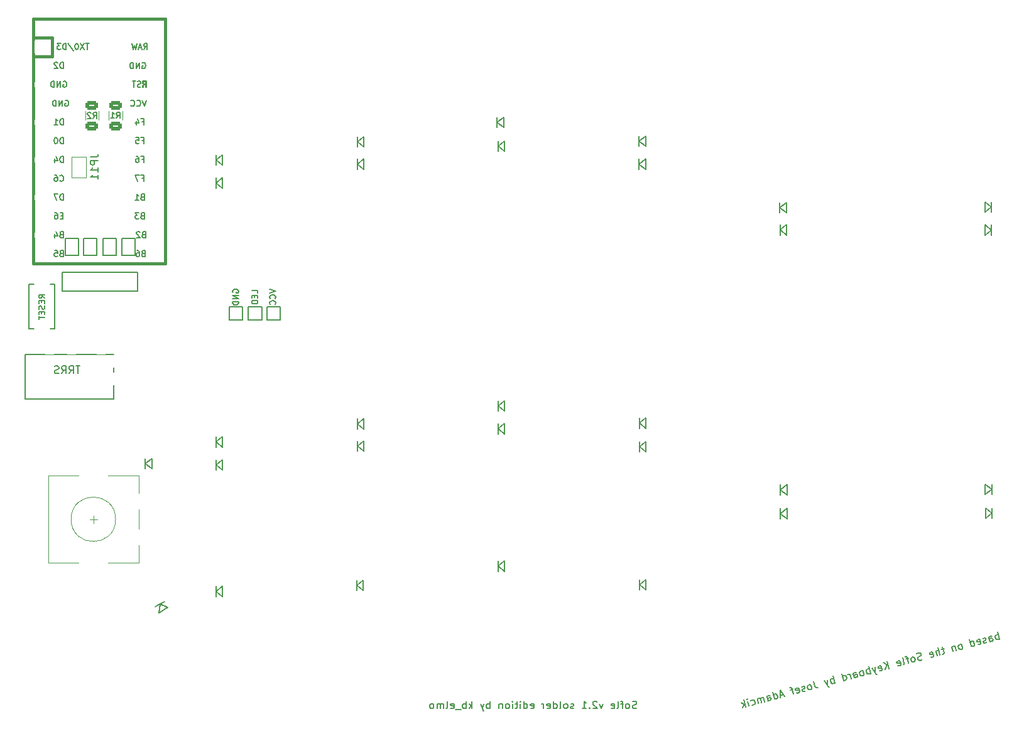
<source format=gbo>
G04 #@! TF.GenerationSoftware,KiCad,Pcbnew,(6.0.1)*
G04 #@! TF.CreationDate,2022-07-29T00:13:48+02:00*
G04 #@! TF.ProjectId,SofleKeyboard,536f666c-654b-4657-9962-6f6172642e6b,rev?*
G04 #@! TF.SameCoordinates,Original*
G04 #@! TF.FileFunction,Legend,Bot*
G04 #@! TF.FilePolarity,Positive*
%FSLAX46Y46*%
G04 Gerber Fmt 4.6, Leading zero omitted, Abs format (unit mm)*
G04 Created by KiCad (PCBNEW (6.0.1)) date 2022-07-29 00:13:48*
%MOMM*%
%LPD*%
G01*
G04 APERTURE LIST*
G04 Aperture macros list*
%AMRoundRect*
0 Rectangle with rounded corners*
0 $1 Rounding radius*
0 $2 $3 $4 $5 $6 $7 $8 $9 X,Y pos of 4 corners*
0 Add a 4 corners polygon primitive as box body*
4,1,4,$2,$3,$4,$5,$6,$7,$8,$9,$2,$3,0*
0 Add four circle primitives for the rounded corners*
1,1,$1+$1,$2,$3*
1,1,$1+$1,$4,$5*
1,1,$1+$1,$6,$7*
1,1,$1+$1,$8,$9*
0 Add four rect primitives between the rounded corners*
20,1,$1+$1,$2,$3,$4,$5,0*
20,1,$1+$1,$4,$5,$6,$7,0*
20,1,$1+$1,$6,$7,$8,$9,0*
20,1,$1+$1,$8,$9,$2,$3,0*%
%AMRotRect*
0 Rectangle, with rotation*
0 The origin of the aperture is its center*
0 $1 length*
0 $2 width*
0 $3 Rotation angle, in degrees counterclockwise*
0 Add horizontal line*
21,1,$1,$2,0,0,$3*%
G04 Aperture macros list end*
%ADD10C,0.150000*%
%ADD11C,0.381000*%
%ADD12C,0.120000*%
%ADD13R,1.752600X1.752600*%
%ADD14C,1.752600*%
%ADD15R,1.800000X1.500000*%
%ADD16RotRect,1.800000X1.500000X300.000000*%
%ADD17C,1.750000*%
%ADD18C,3.987800*%
%ADD19C,2.250000*%
%ADD20C,4.000000*%
%ADD21R,1.524000X1.524000*%
%ADD22C,1.397000*%
%ADD23C,2.000000*%
%ADD24R,3.200000X2.000000*%
%ADD25C,1.200000*%
%ADD26O,2.500000X1.700000*%
%ADD27C,4.700000*%
%ADD28RoundRect,0.250000X-0.625000X0.375000X-0.625000X-0.375000X0.625000X-0.375000X0.625000X0.375000X0*%
%ADD29R,1.143000X0.635000*%
%ADD30R,1.500000X1.000000*%
G04 APERTURE END LIST*
D10*
X221318758Y-122661035D02*
X221059939Y-121695109D01*
X221158537Y-122063081D02*
X221054219Y-122041734D01*
X220870233Y-122091033D01*
X220790565Y-122161679D01*
X220756893Y-122220000D01*
X220735546Y-122324317D01*
X220809494Y-122600296D01*
X220880140Y-122679964D01*
X220938462Y-122713636D01*
X221042779Y-122734983D01*
X221226765Y-122685684D01*
X221306433Y-122615038D01*
X220030857Y-123006127D02*
X219895285Y-122500166D01*
X219916632Y-122395848D01*
X219996300Y-122325202D01*
X220180286Y-122275903D01*
X220284604Y-122297250D01*
X220018532Y-122960131D02*
X220122850Y-122981478D01*
X220352832Y-122919854D01*
X220432500Y-122849208D01*
X220453847Y-122744890D01*
X220429198Y-122652897D01*
X220358552Y-122573229D01*
X220254234Y-122551882D01*
X220024252Y-122613506D01*
X219919934Y-122592159D01*
X219604564Y-123071053D02*
X219524896Y-123141699D01*
X219340910Y-123190998D01*
X219236592Y-123169651D01*
X219165946Y-123089982D01*
X219153622Y-123043986D01*
X219174969Y-122939668D01*
X219254637Y-122869022D01*
X219392626Y-122832048D01*
X219472294Y-122761402D01*
X219493642Y-122657085D01*
X219481317Y-122611088D01*
X219410671Y-122531420D01*
X219306353Y-122510073D01*
X219168364Y-122547047D01*
X219088696Y-122617693D01*
X218408656Y-123391496D02*
X218512973Y-123412843D01*
X218696959Y-123363544D01*
X218776628Y-123292898D01*
X218797975Y-123188580D01*
X218699377Y-122820608D01*
X218628731Y-122740940D01*
X218524413Y-122719593D01*
X218340427Y-122768892D01*
X218260759Y-122839538D01*
X218239412Y-122943856D01*
X218264062Y-123035849D01*
X218748676Y-123004594D01*
X217547048Y-123671662D02*
X217288229Y-122705736D01*
X217534723Y-123625665D02*
X217639041Y-123647012D01*
X217823026Y-123597713D01*
X217902695Y-123527067D01*
X217936366Y-123468746D01*
X217957713Y-123364429D01*
X217883765Y-123088450D01*
X217813119Y-123008782D01*
X217754798Y-122975110D01*
X217650480Y-122953763D01*
X217466495Y-123003062D01*
X217386826Y-123073708D01*
X216213150Y-124029078D02*
X216292818Y-123958433D01*
X216326490Y-123900111D01*
X216347837Y-123795794D01*
X216273889Y-123519815D01*
X216203243Y-123440147D01*
X216144922Y-123406475D01*
X216040604Y-123385128D01*
X215902615Y-123422102D01*
X215822946Y-123492748D01*
X215789275Y-123551069D01*
X215767928Y-123655387D01*
X215841876Y-123931366D01*
X215912522Y-124011034D01*
X215970843Y-124044706D01*
X216075161Y-124066053D01*
X216213150Y-124029078D01*
X215304661Y-123582323D02*
X215477207Y-124226274D01*
X215329310Y-123674316D02*
X215270989Y-123640645D01*
X215166671Y-123619298D01*
X215028682Y-123656272D01*
X214949014Y-123726918D01*
X214927666Y-123831235D01*
X215063238Y-124337196D01*
X213832774Y-123976714D02*
X213464802Y-124075312D01*
X213608511Y-123691713D02*
X213830356Y-124519650D01*
X213809009Y-124623967D01*
X213729341Y-124694613D01*
X213637348Y-124719263D01*
X213315373Y-124805536D02*
X213056554Y-123839610D01*
X212901404Y-124916458D02*
X212765832Y-124410497D01*
X212787180Y-124306179D01*
X212866848Y-124235533D01*
X213004837Y-124198559D01*
X213109155Y-124219906D01*
X213167476Y-124253578D01*
X212061143Y-125092306D02*
X212165461Y-125113653D01*
X212349447Y-125064355D01*
X212429115Y-124993709D01*
X212450462Y-124889391D01*
X212351864Y-124521419D01*
X212281218Y-124441751D01*
X212176901Y-124420404D01*
X211992915Y-124469703D01*
X211913247Y-124540349D01*
X211891900Y-124644666D01*
X211916549Y-124736659D01*
X212401163Y-124705405D01*
X210911232Y-125400424D02*
X210785567Y-125483395D01*
X210555585Y-125545019D01*
X210451267Y-125523672D01*
X210392946Y-125490000D01*
X210322300Y-125410332D01*
X210297650Y-125318339D01*
X210318997Y-125214021D01*
X210352669Y-125155700D01*
X210432337Y-125085054D01*
X210603999Y-124989759D01*
X210683667Y-124919113D01*
X210717338Y-124860791D01*
X210738686Y-124756474D01*
X210714036Y-124664481D01*
X210643390Y-124584813D01*
X210585069Y-124551141D01*
X210480751Y-124529794D01*
X210250769Y-124591417D01*
X210125104Y-124674388D01*
X209819641Y-125742214D02*
X209899309Y-125671568D01*
X209932981Y-125613247D01*
X209954328Y-125508929D01*
X209880380Y-125232950D01*
X209809734Y-125153282D01*
X209751413Y-125119611D01*
X209647095Y-125098263D01*
X209509106Y-125135238D01*
X209429437Y-125205884D01*
X209395766Y-125264205D01*
X209374419Y-125368522D01*
X209448367Y-125644501D01*
X209519013Y-125724169D01*
X209577334Y-125757841D01*
X209681652Y-125779188D01*
X209819641Y-125742214D01*
X209049141Y-125258485D02*
X208681169Y-125357083D01*
X209083698Y-125939409D02*
X208861853Y-125111473D01*
X208791207Y-125031805D01*
X208686889Y-125010458D01*
X208594896Y-125035107D01*
X208393751Y-126124280D02*
X208473419Y-126053634D01*
X208494766Y-125949317D01*
X208272921Y-125121380D01*
X207645482Y-126275479D02*
X207749800Y-126296826D01*
X207933786Y-126247527D01*
X208013454Y-126176882D01*
X208034801Y-126072564D01*
X207936203Y-125704592D01*
X207865557Y-125624924D01*
X207761240Y-125603577D01*
X207577254Y-125652876D01*
X207497586Y-125723522D01*
X207476239Y-125827839D01*
X207500888Y-125919832D01*
X207985502Y-125888578D01*
X206461899Y-126641918D02*
X206203080Y-125675993D01*
X205909941Y-126789815D02*
X206176013Y-126126935D01*
X205651122Y-125823889D02*
X206350976Y-126227950D01*
X205115677Y-126953339D02*
X205219994Y-126974686D01*
X205403980Y-126925387D01*
X205483648Y-126854741D01*
X205504995Y-126750423D01*
X205406398Y-126382452D01*
X205335752Y-126302783D01*
X205231434Y-126281436D01*
X205047448Y-126330735D01*
X204967780Y-126401381D01*
X204946433Y-126505699D01*
X204971082Y-126597692D01*
X205455696Y-126566437D01*
X204587484Y-126453982D02*
X204530047Y-127159556D01*
X204127519Y-126577229D02*
X204530047Y-127159556D01*
X204683664Y-127364889D01*
X204741985Y-127398561D01*
X204846303Y-127419908D01*
X203932093Y-127319778D02*
X203673274Y-126353852D01*
X203771872Y-126721824D02*
X203667554Y-126700477D01*
X203483568Y-126749775D01*
X203403900Y-126820421D01*
X203370228Y-126878743D01*
X203348881Y-126983060D01*
X203422830Y-127259039D01*
X203493475Y-127338707D01*
X203551797Y-127372379D01*
X203656114Y-127393726D01*
X203840100Y-127344427D01*
X203919768Y-127273781D01*
X202920171Y-127590921D02*
X202999839Y-127520276D01*
X203033511Y-127461954D01*
X203054858Y-127357637D01*
X202980910Y-127081658D01*
X202910264Y-127001990D01*
X202851942Y-126968318D01*
X202747625Y-126946971D01*
X202609635Y-126983945D01*
X202529967Y-127054591D01*
X202496295Y-127112912D01*
X202474948Y-127217230D01*
X202548897Y-127493209D01*
X202619543Y-127572877D01*
X202677864Y-127606549D01*
X202782181Y-127627896D01*
X202920171Y-127590921D01*
X201770259Y-127899039D02*
X201634687Y-127393078D01*
X201656034Y-127288761D01*
X201735703Y-127218115D01*
X201919688Y-127168816D01*
X202024006Y-127190163D01*
X201757934Y-127853043D02*
X201862252Y-127874390D01*
X202092234Y-127812766D01*
X202171903Y-127742120D01*
X202193250Y-127637803D01*
X202168600Y-127545810D01*
X202097954Y-127466142D01*
X201993637Y-127444795D01*
X201763654Y-127506418D01*
X201659337Y-127485071D01*
X201310294Y-128022287D02*
X201137748Y-127378336D01*
X201187047Y-127562322D02*
X201116401Y-127482654D01*
X201058080Y-127448982D01*
X200953763Y-127427635D01*
X200861770Y-127452284D01*
X200298372Y-128293430D02*
X200039553Y-127327505D01*
X200286047Y-128247434D02*
X200390365Y-128268781D01*
X200574351Y-128219482D01*
X200654019Y-128148836D01*
X200687691Y-128090515D01*
X200709038Y-127986197D01*
X200635090Y-127710218D01*
X200564444Y-127630550D01*
X200506123Y-127596879D01*
X200401805Y-127575531D01*
X200217819Y-127624830D01*
X200138151Y-127695476D01*
X199102464Y-128613873D02*
X198843645Y-127647947D01*
X198942243Y-128015919D02*
X198837925Y-127994572D01*
X198653939Y-128043871D01*
X198574271Y-128114517D01*
X198540599Y-128172838D01*
X198519252Y-128277155D01*
X198593200Y-128553134D01*
X198663846Y-128632802D01*
X198722168Y-128666474D01*
X198826485Y-128687821D01*
X199010471Y-128638522D01*
X199090139Y-128567876D01*
X198147978Y-128179443D02*
X198090542Y-128885017D01*
X197688013Y-128302690D02*
X198090542Y-128885017D01*
X198244158Y-129090350D01*
X198302479Y-129124021D01*
X198406797Y-129145368D01*
X196221846Y-128350456D02*
X196406717Y-129040403D01*
X196489688Y-129166068D01*
X196606330Y-129233411D01*
X196756644Y-129242433D01*
X196848637Y-129217784D01*
X195882711Y-129476603D02*
X195962379Y-129405957D01*
X195996051Y-129347636D01*
X196017398Y-129243318D01*
X195943450Y-128967340D01*
X195872804Y-128887671D01*
X195814483Y-128854000D01*
X195710165Y-128832653D01*
X195572176Y-128869627D01*
X195492508Y-128940273D01*
X195458836Y-128998594D01*
X195437489Y-129102911D01*
X195511437Y-129378890D01*
X195582083Y-129458558D01*
X195640404Y-129492230D01*
X195744722Y-129513577D01*
X195882711Y-129476603D01*
X195180440Y-129615477D02*
X195100771Y-129686123D01*
X194916785Y-129735422D01*
X194812468Y-129714075D01*
X194741822Y-129634407D01*
X194729497Y-129588410D01*
X194750844Y-129484093D01*
X194830512Y-129413447D01*
X194968502Y-129376473D01*
X195048170Y-129305827D01*
X195069517Y-129201509D01*
X195057192Y-129155513D01*
X194986546Y-129075844D01*
X194882229Y-129054497D01*
X194744239Y-129091472D01*
X194664571Y-129162118D01*
X193984531Y-129935920D02*
X194088849Y-129957267D01*
X194272835Y-129907968D01*
X194352503Y-129837322D01*
X194373850Y-129733005D01*
X194275252Y-129365033D01*
X194204606Y-129285365D01*
X194100289Y-129264018D01*
X193916303Y-129313317D01*
X193836635Y-129383962D01*
X193815288Y-129488280D01*
X193839937Y-129580273D01*
X194324551Y-129549019D01*
X193502335Y-129424239D02*
X193134363Y-129522837D01*
X193536891Y-130105164D02*
X193315046Y-129277227D01*
X193244401Y-129197559D01*
X193140083Y-129176212D01*
X193048090Y-129200861D01*
X192221038Y-130161952D02*
X191761074Y-130285199D01*
X192386980Y-130413282D02*
X191806185Y-129533629D01*
X191743029Y-130585828D01*
X191007086Y-130783023D02*
X190748267Y-129817097D01*
X190994761Y-130737027D02*
X191099079Y-130758374D01*
X191283064Y-130709075D01*
X191362733Y-130638429D01*
X191396404Y-130580108D01*
X191417751Y-130475790D01*
X191343803Y-130199811D01*
X191273157Y-130120143D01*
X191214836Y-130086471D01*
X191110518Y-130065124D01*
X190926533Y-130114423D01*
X190846864Y-130185069D01*
X190133153Y-131017193D02*
X189997581Y-130511232D01*
X190018928Y-130406914D01*
X190098596Y-130336268D01*
X190282582Y-130286969D01*
X190386900Y-130308316D01*
X190120828Y-130971196D02*
X190225146Y-130992543D01*
X190455128Y-130930920D01*
X190534796Y-130860274D01*
X190556143Y-130755956D01*
X190531494Y-130663963D01*
X190460848Y-130584295D01*
X190356530Y-130562948D01*
X190126548Y-130624571D01*
X190022230Y-130603224D01*
X189673188Y-131140440D02*
X189500642Y-130496489D01*
X189525291Y-130588482D02*
X189466970Y-130554810D01*
X189362653Y-130533463D01*
X189224663Y-130570438D01*
X189144995Y-130641083D01*
X189123648Y-130745401D01*
X189259220Y-131251362D01*
X189123648Y-130745401D02*
X189053002Y-130665733D01*
X188948684Y-130644386D01*
X188810695Y-130681360D01*
X188731027Y-130752006D01*
X188709680Y-130856324D01*
X188845252Y-131362285D01*
X187958994Y-131550458D02*
X188063312Y-131571805D01*
X188247298Y-131522506D01*
X188326966Y-131451860D01*
X188360638Y-131393539D01*
X188381985Y-131289221D01*
X188308036Y-131013242D01*
X188237390Y-130933574D01*
X188179069Y-130899903D01*
X188074752Y-130878555D01*
X187890766Y-130927854D01*
X187811097Y-130998500D01*
X187557351Y-131707377D02*
X187384805Y-131063426D01*
X187298532Y-130741451D02*
X187356853Y-130775123D01*
X187323181Y-130833444D01*
X187264860Y-130799772D01*
X187298532Y-130741451D01*
X187323181Y-130833444D01*
X187097386Y-131830624D02*
X186838567Y-130864698D01*
X186906795Y-131487302D02*
X186729414Y-131929222D01*
X186556868Y-131285271D02*
X187023438Y-131554645D01*
X172408571Y-132006761D02*
X172265714Y-132054380D01*
X172027619Y-132054380D01*
X171932380Y-132006761D01*
X171884761Y-131959142D01*
X171837142Y-131863904D01*
X171837142Y-131768666D01*
X171884761Y-131673428D01*
X171932380Y-131625809D01*
X172027619Y-131578190D01*
X172218095Y-131530571D01*
X172313333Y-131482952D01*
X172360952Y-131435333D01*
X172408571Y-131340095D01*
X172408571Y-131244857D01*
X172360952Y-131149619D01*
X172313333Y-131102000D01*
X172218095Y-131054380D01*
X171980000Y-131054380D01*
X171837142Y-131102000D01*
X171265714Y-132054380D02*
X171360952Y-132006761D01*
X171408571Y-131959142D01*
X171456190Y-131863904D01*
X171456190Y-131578190D01*
X171408571Y-131482952D01*
X171360952Y-131435333D01*
X171265714Y-131387714D01*
X171122857Y-131387714D01*
X171027619Y-131435333D01*
X170980000Y-131482952D01*
X170932380Y-131578190D01*
X170932380Y-131863904D01*
X170980000Y-131959142D01*
X171027619Y-132006761D01*
X171122857Y-132054380D01*
X171265714Y-132054380D01*
X170646666Y-131387714D02*
X170265714Y-131387714D01*
X170503809Y-132054380D02*
X170503809Y-131197238D01*
X170456190Y-131102000D01*
X170360952Y-131054380D01*
X170265714Y-131054380D01*
X169789523Y-132054380D02*
X169884761Y-132006761D01*
X169932380Y-131911523D01*
X169932380Y-131054380D01*
X169027619Y-132006761D02*
X169122857Y-132054380D01*
X169313333Y-132054380D01*
X169408571Y-132006761D01*
X169456190Y-131911523D01*
X169456190Y-131530571D01*
X169408571Y-131435333D01*
X169313333Y-131387714D01*
X169122857Y-131387714D01*
X169027619Y-131435333D01*
X168980000Y-131530571D01*
X168980000Y-131625809D01*
X169456190Y-131721047D01*
X167884761Y-131387714D02*
X167646666Y-132054380D01*
X167408571Y-131387714D01*
X167075238Y-131149619D02*
X167027619Y-131102000D01*
X166932380Y-131054380D01*
X166694285Y-131054380D01*
X166599047Y-131102000D01*
X166551428Y-131149619D01*
X166503809Y-131244857D01*
X166503809Y-131340095D01*
X166551428Y-131482952D01*
X167122857Y-132054380D01*
X166503809Y-132054380D01*
X166075238Y-131959142D02*
X166027619Y-132006761D01*
X166075238Y-132054380D01*
X166122857Y-132006761D01*
X166075238Y-131959142D01*
X166075238Y-132054380D01*
X165075238Y-132054380D02*
X165646666Y-132054380D01*
X165360952Y-132054380D02*
X165360952Y-131054380D01*
X165456190Y-131197238D01*
X165551428Y-131292476D01*
X165646666Y-131340095D01*
X163932380Y-132006761D02*
X163837142Y-132054380D01*
X163646666Y-132054380D01*
X163551428Y-132006761D01*
X163503809Y-131911523D01*
X163503809Y-131863904D01*
X163551428Y-131768666D01*
X163646666Y-131721047D01*
X163789523Y-131721047D01*
X163884761Y-131673428D01*
X163932380Y-131578190D01*
X163932380Y-131530571D01*
X163884761Y-131435333D01*
X163789523Y-131387714D01*
X163646666Y-131387714D01*
X163551428Y-131435333D01*
X162932380Y-132054380D02*
X163027619Y-132006761D01*
X163075238Y-131959142D01*
X163122857Y-131863904D01*
X163122857Y-131578190D01*
X163075238Y-131482952D01*
X163027619Y-131435333D01*
X162932380Y-131387714D01*
X162789523Y-131387714D01*
X162694285Y-131435333D01*
X162646666Y-131482952D01*
X162599047Y-131578190D01*
X162599047Y-131863904D01*
X162646666Y-131959142D01*
X162694285Y-132006761D01*
X162789523Y-132054380D01*
X162932380Y-132054380D01*
X162027619Y-132054380D02*
X162122857Y-132006761D01*
X162170476Y-131911523D01*
X162170476Y-131054380D01*
X161218095Y-132054380D02*
X161218095Y-131054380D01*
X161218095Y-132006761D02*
X161313333Y-132054380D01*
X161503809Y-132054380D01*
X161599047Y-132006761D01*
X161646666Y-131959142D01*
X161694285Y-131863904D01*
X161694285Y-131578190D01*
X161646666Y-131482952D01*
X161599047Y-131435333D01*
X161503809Y-131387714D01*
X161313333Y-131387714D01*
X161218095Y-131435333D01*
X160360952Y-132006761D02*
X160456190Y-132054380D01*
X160646666Y-132054380D01*
X160741904Y-132006761D01*
X160789523Y-131911523D01*
X160789523Y-131530571D01*
X160741904Y-131435333D01*
X160646666Y-131387714D01*
X160456190Y-131387714D01*
X160360952Y-131435333D01*
X160313333Y-131530571D01*
X160313333Y-131625809D01*
X160789523Y-131721047D01*
X159884761Y-132054380D02*
X159884761Y-131387714D01*
X159884761Y-131578190D02*
X159837142Y-131482952D01*
X159789523Y-131435333D01*
X159694285Y-131387714D01*
X159599047Y-131387714D01*
X158122857Y-132006761D02*
X158218095Y-132054380D01*
X158408571Y-132054380D01*
X158503809Y-132006761D01*
X158551428Y-131911523D01*
X158551428Y-131530571D01*
X158503809Y-131435333D01*
X158408571Y-131387714D01*
X158218095Y-131387714D01*
X158122857Y-131435333D01*
X158075238Y-131530571D01*
X158075238Y-131625809D01*
X158551428Y-131721047D01*
X157218095Y-132054380D02*
X157218095Y-131054380D01*
X157218095Y-132006761D02*
X157313333Y-132054380D01*
X157503809Y-132054380D01*
X157599047Y-132006761D01*
X157646666Y-131959142D01*
X157694285Y-131863904D01*
X157694285Y-131578190D01*
X157646666Y-131482952D01*
X157599047Y-131435333D01*
X157503809Y-131387714D01*
X157313333Y-131387714D01*
X157218095Y-131435333D01*
X156741904Y-132054380D02*
X156741904Y-131387714D01*
X156741904Y-131054380D02*
X156789523Y-131102000D01*
X156741904Y-131149619D01*
X156694285Y-131102000D01*
X156741904Y-131054380D01*
X156741904Y-131149619D01*
X156408571Y-131387714D02*
X156027619Y-131387714D01*
X156265714Y-131054380D02*
X156265714Y-131911523D01*
X156218095Y-132006761D01*
X156122857Y-132054380D01*
X156027619Y-132054380D01*
X155694285Y-132054380D02*
X155694285Y-131387714D01*
X155694285Y-131054380D02*
X155741904Y-131102000D01*
X155694285Y-131149619D01*
X155646666Y-131102000D01*
X155694285Y-131054380D01*
X155694285Y-131149619D01*
X155075238Y-132054380D02*
X155170476Y-132006761D01*
X155218095Y-131959142D01*
X155265714Y-131863904D01*
X155265714Y-131578190D01*
X155218095Y-131482952D01*
X155170476Y-131435333D01*
X155075238Y-131387714D01*
X154932380Y-131387714D01*
X154837142Y-131435333D01*
X154789523Y-131482952D01*
X154741904Y-131578190D01*
X154741904Y-131863904D01*
X154789523Y-131959142D01*
X154837142Y-132006761D01*
X154932380Y-132054380D01*
X155075238Y-132054380D01*
X154313333Y-131387714D02*
X154313333Y-132054380D01*
X154313333Y-131482952D02*
X154265714Y-131435333D01*
X154170476Y-131387714D01*
X154027619Y-131387714D01*
X153932380Y-131435333D01*
X153884761Y-131530571D01*
X153884761Y-132054380D01*
X152646666Y-132054380D02*
X152646666Y-131054380D01*
X152646666Y-131435333D02*
X152551428Y-131387714D01*
X152360952Y-131387714D01*
X152265714Y-131435333D01*
X152218095Y-131482952D01*
X152170476Y-131578190D01*
X152170476Y-131863904D01*
X152218095Y-131959142D01*
X152265714Y-132006761D01*
X152360952Y-132054380D01*
X152551428Y-132054380D01*
X152646666Y-132006761D01*
X151837142Y-131387714D02*
X151599047Y-132054380D01*
X151360952Y-131387714D02*
X151599047Y-132054380D01*
X151694285Y-132292476D01*
X151741904Y-132340095D01*
X151837142Y-132387714D01*
X150218095Y-132054380D02*
X150218095Y-131054380D01*
X150122857Y-131673428D02*
X149837142Y-132054380D01*
X149837142Y-131387714D02*
X150218095Y-131768666D01*
X149408571Y-132054380D02*
X149408571Y-131054380D01*
X149408571Y-131435333D02*
X149313333Y-131387714D01*
X149122857Y-131387714D01*
X149027619Y-131435333D01*
X148980000Y-131482952D01*
X148932380Y-131578190D01*
X148932380Y-131863904D01*
X148980000Y-131959142D01*
X149027619Y-132006761D01*
X149122857Y-132054380D01*
X149313333Y-132054380D01*
X149408571Y-132006761D01*
X148741904Y-132149619D02*
X147980000Y-132149619D01*
X147360952Y-132006761D02*
X147456190Y-132054380D01*
X147646666Y-132054380D01*
X147741904Y-132006761D01*
X147789523Y-131911523D01*
X147789523Y-131530571D01*
X147741904Y-131435333D01*
X147646666Y-131387714D01*
X147456190Y-131387714D01*
X147360952Y-131435333D01*
X147313333Y-131530571D01*
X147313333Y-131625809D01*
X147789523Y-131721047D01*
X146741904Y-132054380D02*
X146837142Y-132006761D01*
X146884761Y-131911523D01*
X146884761Y-131054380D01*
X146360952Y-132054380D02*
X146360952Y-131387714D01*
X146360952Y-131482952D02*
X146313333Y-131435333D01*
X146218095Y-131387714D01*
X146075238Y-131387714D01*
X145980000Y-131435333D01*
X145932380Y-131530571D01*
X145932380Y-132054380D01*
X145932380Y-131530571D02*
X145884761Y-131435333D01*
X145789523Y-131387714D01*
X145646666Y-131387714D01*
X145551428Y-131435333D01*
X145503809Y-131530571D01*
X145503809Y-132054380D01*
X144884761Y-132054380D02*
X144980000Y-132006761D01*
X145027619Y-131959142D01*
X145075238Y-131863904D01*
X145075238Y-131578190D01*
X145027619Y-131482952D01*
X144980000Y-131435333D01*
X144884761Y-131387714D01*
X144741904Y-131387714D01*
X144646666Y-131435333D01*
X144599047Y-131482952D01*
X144551428Y-131578190D01*
X144551428Y-131863904D01*
X144599047Y-131959142D01*
X144646666Y-132006761D01*
X144741904Y-132054380D01*
X144884761Y-132054380D01*
X105790923Y-44888200D02*
X105867114Y-44850104D01*
X105981400Y-44850104D01*
X106095685Y-44888200D01*
X106171876Y-44964390D01*
X106209971Y-45040580D01*
X106248066Y-45192961D01*
X106248066Y-45307247D01*
X106209971Y-45459628D01*
X106171876Y-45535819D01*
X106095685Y-45612009D01*
X105981400Y-45650104D01*
X105905209Y-45650104D01*
X105790923Y-45612009D01*
X105752828Y-45573914D01*
X105752828Y-45307247D01*
X105905209Y-45307247D01*
X105409971Y-45650104D02*
X105409971Y-44850104D01*
X104952828Y-45650104D01*
X104952828Y-44850104D01*
X104571876Y-45650104D02*
X104571876Y-44850104D01*
X104381400Y-44850104D01*
X104267114Y-44888200D01*
X104190923Y-44964390D01*
X104152828Y-45040580D01*
X104114733Y-45192961D01*
X104114733Y-45307247D01*
X104152828Y-45459628D01*
X104190923Y-45535819D01*
X104267114Y-45612009D01*
X104381400Y-45650104D01*
X104571876Y-45650104D01*
X105587733Y-48126609D02*
X105473447Y-48164704D01*
X105282971Y-48164704D01*
X105206780Y-48126609D01*
X105168685Y-48088514D01*
X105130590Y-48012323D01*
X105130590Y-47936133D01*
X105168685Y-47859942D01*
X105206780Y-47821847D01*
X105282971Y-47783752D01*
X105435352Y-47745657D01*
X105511542Y-47707561D01*
X105549638Y-47669466D01*
X105587733Y-47593276D01*
X105587733Y-47517085D01*
X105549638Y-47440895D01*
X105511542Y-47402800D01*
X105435352Y-47364704D01*
X105244876Y-47364704D01*
X105130590Y-47402800D01*
X104902019Y-47364704D02*
X104444876Y-47364704D01*
X104673447Y-48164704D02*
X104673447Y-47364704D01*
X105727666Y-57922857D02*
X105994333Y-57922857D01*
X105994333Y-58341904D02*
X105994333Y-57541904D01*
X105613380Y-57541904D01*
X104965761Y-57541904D02*
X105118142Y-57541904D01*
X105194333Y-57580000D01*
X105232428Y-57618095D01*
X105308619Y-57732380D01*
X105346714Y-57884761D01*
X105346714Y-58189523D01*
X105308619Y-58265714D01*
X105270523Y-58303809D01*
X105194333Y-58341904D01*
X105041952Y-58341904D01*
X104965761Y-58303809D01*
X104927666Y-58265714D01*
X104889571Y-58189523D01*
X104889571Y-57999047D01*
X104927666Y-57922857D01*
X104965761Y-57884761D01*
X105041952Y-57846666D01*
X105194333Y-57846666D01*
X105270523Y-57884761D01*
X105308619Y-57922857D01*
X105346714Y-57999047D01*
X95148523Y-47420000D02*
X95224714Y-47381904D01*
X95339000Y-47381904D01*
X95453285Y-47420000D01*
X95529476Y-47496190D01*
X95567571Y-47572380D01*
X95605666Y-47724761D01*
X95605666Y-47839047D01*
X95567571Y-47991428D01*
X95529476Y-48067619D01*
X95453285Y-48143809D01*
X95339000Y-48181904D01*
X95262809Y-48181904D01*
X95148523Y-48143809D01*
X95110428Y-48105714D01*
X95110428Y-47839047D01*
X95262809Y-47839047D01*
X94767571Y-48181904D02*
X94767571Y-47381904D01*
X94310428Y-48181904D01*
X94310428Y-47381904D01*
X93929476Y-48181904D02*
X93929476Y-47381904D01*
X93739000Y-47381904D01*
X93624714Y-47420000D01*
X93548523Y-47496190D01*
X93510428Y-47572380D01*
X93472333Y-47724761D01*
X93472333Y-47839047D01*
X93510428Y-47991428D01*
X93548523Y-48067619D01*
X93624714Y-48143809D01*
X93739000Y-48181904D01*
X93929476Y-48181904D01*
X105727666Y-55382857D02*
X105994333Y-55382857D01*
X105994333Y-55801904D02*
X105994333Y-55001904D01*
X105613380Y-55001904D01*
X104927666Y-55001904D02*
X105308619Y-55001904D01*
X105346714Y-55382857D01*
X105308619Y-55344761D01*
X105232428Y-55306666D01*
X105041952Y-55306666D01*
X104965761Y-55344761D01*
X104927666Y-55382857D01*
X104889571Y-55459047D01*
X104889571Y-55649523D01*
X104927666Y-55725714D01*
X104965761Y-55763809D01*
X105041952Y-55801904D01*
X105232428Y-55801904D01*
X105308619Y-55763809D01*
X105346714Y-55725714D01*
X105727666Y-60462857D02*
X105994333Y-60462857D01*
X105994333Y-60881904D02*
X105994333Y-60081904D01*
X105613380Y-60081904D01*
X105384809Y-60081904D02*
X104851476Y-60081904D01*
X105194333Y-60881904D01*
X98618604Y-42301904D02*
X98161461Y-42301904D01*
X98390032Y-43101904D02*
X98390032Y-42301904D01*
X97970985Y-42301904D02*
X97437651Y-43101904D01*
X97437651Y-42301904D02*
X97970985Y-43101904D01*
X96980508Y-42301904D02*
X96904318Y-42301904D01*
X96828128Y-42340000D01*
X96790032Y-42378095D01*
X96751937Y-42454285D01*
X96713842Y-42606666D01*
X96713842Y-42797142D01*
X96751937Y-42949523D01*
X96790032Y-43025714D01*
X96828128Y-43063809D01*
X96904318Y-43101904D01*
X96980508Y-43101904D01*
X97056699Y-43063809D01*
X97094794Y-43025714D01*
X97132889Y-42949523D01*
X97170985Y-42797142D01*
X97170985Y-42606666D01*
X97132889Y-42454285D01*
X97094794Y-42378095D01*
X97056699Y-42340000D01*
X96980508Y-42301904D01*
X95799556Y-42263809D02*
X96485270Y-43292380D01*
X95532889Y-43101904D02*
X95532889Y-42301904D01*
X95342413Y-42301904D01*
X95228128Y-42340000D01*
X95151937Y-42416190D01*
X95113842Y-42492380D01*
X95075747Y-42644761D01*
X95075747Y-42759047D01*
X95113842Y-42911428D01*
X95151937Y-42987619D01*
X95228128Y-43063809D01*
X95342413Y-43101904D01*
X95532889Y-43101904D01*
X94809080Y-42301904D02*
X94313842Y-42301904D01*
X94580508Y-42606666D01*
X94466223Y-42606666D01*
X94390032Y-42644761D01*
X94351937Y-42682857D01*
X94313842Y-42759047D01*
X94313842Y-42949523D01*
X94351937Y-43025714D01*
X94390032Y-43063809D01*
X94466223Y-43101904D01*
X94694794Y-43101904D01*
X94770985Y-43063809D01*
X94809080Y-43025714D01*
X105727666Y-52842857D02*
X105994333Y-52842857D01*
X105994333Y-53261904D02*
X105994333Y-52461904D01*
X105613380Y-52461904D01*
X104965761Y-52728571D02*
X104965761Y-53261904D01*
X105156238Y-52423809D02*
X105346714Y-52995238D01*
X104851476Y-52995238D01*
X95091380Y-65542857D02*
X94824714Y-65542857D01*
X94710428Y-65961904D02*
X95091380Y-65961904D01*
X95091380Y-65161904D01*
X94710428Y-65161904D01*
X94024714Y-65161904D02*
X94177095Y-65161904D01*
X94253285Y-65200000D01*
X94291380Y-65238095D01*
X94367571Y-65352380D01*
X94405666Y-65504761D01*
X94405666Y-65809523D01*
X94367571Y-65885714D01*
X94329476Y-65923809D01*
X94253285Y-65961904D01*
X94100904Y-65961904D01*
X94024714Y-65923809D01*
X93986619Y-65885714D01*
X93948523Y-65809523D01*
X93948523Y-65619047D01*
X93986619Y-65542857D01*
X94024714Y-65504761D01*
X94100904Y-65466666D01*
X94253285Y-65466666D01*
X94329476Y-65504761D01*
X94367571Y-65542857D01*
X94405666Y-65619047D01*
X94672333Y-60805714D02*
X94710428Y-60843809D01*
X94824714Y-60881904D01*
X94900904Y-60881904D01*
X95015190Y-60843809D01*
X95091380Y-60767619D01*
X95129476Y-60691428D01*
X95167571Y-60539047D01*
X95167571Y-60424761D01*
X95129476Y-60272380D01*
X95091380Y-60196190D01*
X95015190Y-60120000D01*
X94900904Y-60081904D01*
X94824714Y-60081904D01*
X94710428Y-60120000D01*
X94672333Y-60158095D01*
X93986619Y-60081904D02*
X94139000Y-60081904D01*
X94215190Y-60120000D01*
X94253285Y-60158095D01*
X94329476Y-60272380D01*
X94367571Y-60424761D01*
X94367571Y-60729523D01*
X94329476Y-60805714D01*
X94291380Y-60843809D01*
X94215190Y-60881904D01*
X94062809Y-60881904D01*
X93986619Y-60843809D01*
X93948523Y-60805714D01*
X93910428Y-60729523D01*
X93910428Y-60539047D01*
X93948523Y-60462857D01*
X93986619Y-60424761D01*
X94062809Y-60386666D01*
X94215190Y-60386666D01*
X94291380Y-60424761D01*
X94329476Y-60462857D01*
X94367571Y-60539047D01*
X95129476Y-58341904D02*
X95129476Y-57541904D01*
X94939000Y-57541904D01*
X94824714Y-57580000D01*
X94748523Y-57656190D01*
X94710428Y-57732380D01*
X94672333Y-57884761D01*
X94672333Y-57999047D01*
X94710428Y-58151428D01*
X94748523Y-58227619D01*
X94824714Y-58303809D01*
X94939000Y-58341904D01*
X95129476Y-58341904D01*
X93986619Y-57808571D02*
X93986619Y-58341904D01*
X94177095Y-57503809D02*
X94367571Y-58075238D01*
X93872333Y-58075238D01*
X105962409Y-68082857D02*
X105848123Y-68120952D01*
X105810028Y-68159047D01*
X105771933Y-68235238D01*
X105771933Y-68349523D01*
X105810028Y-68425714D01*
X105848123Y-68463809D01*
X105924314Y-68501904D01*
X106229076Y-68501904D01*
X106229076Y-67701904D01*
X105962409Y-67701904D01*
X105886219Y-67740000D01*
X105848123Y-67778095D01*
X105810028Y-67854285D01*
X105810028Y-67930476D01*
X105848123Y-68006666D01*
X105886219Y-68044761D01*
X105962409Y-68082857D01*
X106229076Y-68082857D01*
X105467171Y-67778095D02*
X105429076Y-67740000D01*
X105352885Y-67701904D01*
X105162409Y-67701904D01*
X105086219Y-67740000D01*
X105048123Y-67778095D01*
X105010028Y-67854285D01*
X105010028Y-67930476D01*
X105048123Y-68044761D01*
X105505266Y-68501904D01*
X105010028Y-68501904D01*
X106324266Y-49930104D02*
X106057600Y-50730104D01*
X105790933Y-49930104D01*
X105067123Y-50653914D02*
X105105219Y-50692009D01*
X105219504Y-50730104D01*
X105295695Y-50730104D01*
X105409980Y-50692009D01*
X105486171Y-50615819D01*
X105524266Y-50539628D01*
X105562361Y-50387247D01*
X105562361Y-50272961D01*
X105524266Y-50120580D01*
X105486171Y-50044390D01*
X105409980Y-49968200D01*
X105295695Y-49930104D01*
X105219504Y-49930104D01*
X105105219Y-49968200D01*
X105067123Y-50006295D01*
X104267123Y-50653914D02*
X104305219Y-50692009D01*
X104419504Y-50730104D01*
X104495695Y-50730104D01*
X104609980Y-50692009D01*
X104686171Y-50615819D01*
X104724266Y-50539628D01*
X104762361Y-50387247D01*
X104762361Y-50272961D01*
X104724266Y-50120580D01*
X104686171Y-50044390D01*
X104609980Y-49968200D01*
X104495695Y-49930104D01*
X104419504Y-49930104D01*
X104305219Y-49968200D01*
X104267123Y-50006295D01*
X105784809Y-63002857D02*
X105670523Y-63040952D01*
X105632428Y-63079047D01*
X105594333Y-63155238D01*
X105594333Y-63269523D01*
X105632428Y-63345714D01*
X105670523Y-63383809D01*
X105746714Y-63421904D01*
X106051476Y-63421904D01*
X106051476Y-62621904D01*
X105784809Y-62621904D01*
X105708619Y-62660000D01*
X105670523Y-62698095D01*
X105632428Y-62774285D01*
X105632428Y-62850476D01*
X105670523Y-62926666D01*
X105708619Y-62964761D01*
X105784809Y-63002857D01*
X106051476Y-63002857D01*
X104832428Y-63421904D02*
X105289571Y-63421904D01*
X105061000Y-63421904D02*
X105061000Y-62621904D01*
X105137190Y-62736190D01*
X105213380Y-62812380D01*
X105289571Y-62850476D01*
X95129476Y-63421904D02*
X95129476Y-62621904D01*
X94939000Y-62621904D01*
X94824714Y-62660000D01*
X94748523Y-62736190D01*
X94710428Y-62812380D01*
X94672333Y-62964761D01*
X94672333Y-63079047D01*
X94710428Y-63231428D01*
X94748523Y-63307619D01*
X94824714Y-63383809D01*
X94939000Y-63421904D01*
X95129476Y-63421904D01*
X94405666Y-62621904D02*
X93872333Y-62621904D01*
X94215190Y-63421904D01*
X95129476Y-45641904D02*
X95129476Y-44841904D01*
X94939000Y-44841904D01*
X94824714Y-44880000D01*
X94748523Y-44956190D01*
X94710428Y-45032380D01*
X94672333Y-45184761D01*
X94672333Y-45299047D01*
X94710428Y-45451428D01*
X94748523Y-45527619D01*
X94824714Y-45603809D01*
X94939000Y-45641904D01*
X95129476Y-45641904D01*
X94367571Y-44918095D02*
X94329476Y-44880000D01*
X94253285Y-44841904D01*
X94062809Y-44841904D01*
X93986619Y-44880000D01*
X93948523Y-44918095D01*
X93910428Y-44994285D01*
X93910428Y-45070476D01*
X93948523Y-45184761D01*
X94405666Y-45641904D01*
X93910428Y-45641904D01*
X94862809Y-70622857D02*
X94748523Y-70660952D01*
X94710428Y-70699047D01*
X94672333Y-70775238D01*
X94672333Y-70889523D01*
X94710428Y-70965714D01*
X94748523Y-71003809D01*
X94824714Y-71041904D01*
X95129476Y-71041904D01*
X95129476Y-70241904D01*
X94862809Y-70241904D01*
X94786619Y-70280000D01*
X94748523Y-70318095D01*
X94710428Y-70394285D01*
X94710428Y-70470476D01*
X94748523Y-70546666D01*
X94786619Y-70584761D01*
X94862809Y-70622857D01*
X95129476Y-70622857D01*
X93948523Y-70241904D02*
X94329476Y-70241904D01*
X94367571Y-70622857D01*
X94329476Y-70584761D01*
X94253285Y-70546666D01*
X94062809Y-70546666D01*
X93986619Y-70584761D01*
X93948523Y-70622857D01*
X93910428Y-70699047D01*
X93910428Y-70889523D01*
X93948523Y-70965714D01*
X93986619Y-71003809D01*
X94062809Y-71041904D01*
X94253285Y-71041904D01*
X94329476Y-71003809D01*
X94367571Y-70965714D01*
X106013380Y-43101904D02*
X106280047Y-42720952D01*
X106470523Y-43101904D02*
X106470523Y-42301904D01*
X106165761Y-42301904D01*
X106089571Y-42340000D01*
X106051476Y-42378095D01*
X106013380Y-42454285D01*
X106013380Y-42568571D01*
X106051476Y-42644761D01*
X106089571Y-42682857D01*
X106165761Y-42720952D01*
X106470523Y-42720952D01*
X105708619Y-42873333D02*
X105327666Y-42873333D01*
X105784809Y-43101904D02*
X105518142Y-42301904D01*
X105251476Y-43101904D01*
X105061000Y-42301904D02*
X104870523Y-43101904D01*
X104718142Y-42530476D01*
X104565761Y-43101904D01*
X104375285Y-42301904D01*
X105784809Y-65542857D02*
X105670523Y-65580952D01*
X105632428Y-65619047D01*
X105594333Y-65695238D01*
X105594333Y-65809523D01*
X105632428Y-65885714D01*
X105670523Y-65923809D01*
X105746714Y-65961904D01*
X106051476Y-65961904D01*
X106051476Y-65161904D01*
X105784809Y-65161904D01*
X105708619Y-65200000D01*
X105670523Y-65238095D01*
X105632428Y-65314285D01*
X105632428Y-65390476D01*
X105670523Y-65466666D01*
X105708619Y-65504761D01*
X105784809Y-65542857D01*
X106051476Y-65542857D01*
X105327666Y-65161904D02*
X104832428Y-65161904D01*
X105099095Y-65466666D01*
X104984809Y-65466666D01*
X104908619Y-65504761D01*
X104870523Y-65542857D01*
X104832428Y-65619047D01*
X104832428Y-65809523D01*
X104870523Y-65885714D01*
X104908619Y-65923809D01*
X104984809Y-65961904D01*
X105213380Y-65961904D01*
X105289571Y-65923809D01*
X105327666Y-65885714D01*
X105911609Y-70622857D02*
X105797323Y-70660952D01*
X105759228Y-70699047D01*
X105721133Y-70775238D01*
X105721133Y-70889523D01*
X105759228Y-70965714D01*
X105797323Y-71003809D01*
X105873514Y-71041904D01*
X106178276Y-71041904D01*
X106178276Y-70241904D01*
X105911609Y-70241904D01*
X105835419Y-70280000D01*
X105797323Y-70318095D01*
X105759228Y-70394285D01*
X105759228Y-70470476D01*
X105797323Y-70546666D01*
X105835419Y-70584761D01*
X105911609Y-70622857D01*
X106178276Y-70622857D01*
X105035419Y-70241904D02*
X105187800Y-70241904D01*
X105263990Y-70280000D01*
X105302085Y-70318095D01*
X105378276Y-70432380D01*
X105416371Y-70584761D01*
X105416371Y-70889523D01*
X105378276Y-70965714D01*
X105340180Y-71003809D01*
X105263990Y-71041904D01*
X105111609Y-71041904D01*
X105035419Y-71003809D01*
X104997323Y-70965714D01*
X104959228Y-70889523D01*
X104959228Y-70699047D01*
X104997323Y-70622857D01*
X105035419Y-70584761D01*
X105111609Y-70546666D01*
X105263990Y-70546666D01*
X105340180Y-70584761D01*
X105378276Y-70622857D01*
X105416371Y-70699047D01*
X95129476Y-55801904D02*
X95129476Y-55001904D01*
X94939000Y-55001904D01*
X94824714Y-55040000D01*
X94748523Y-55116190D01*
X94710428Y-55192380D01*
X94672333Y-55344761D01*
X94672333Y-55459047D01*
X94710428Y-55611428D01*
X94748523Y-55687619D01*
X94824714Y-55763809D01*
X94939000Y-55801904D01*
X95129476Y-55801904D01*
X94177095Y-55001904D02*
X94100904Y-55001904D01*
X94024714Y-55040000D01*
X93986619Y-55078095D01*
X93948523Y-55154285D01*
X93910428Y-55306666D01*
X93910428Y-55497142D01*
X93948523Y-55649523D01*
X93986619Y-55725714D01*
X94024714Y-55763809D01*
X94100904Y-55801904D01*
X94177095Y-55801904D01*
X94253285Y-55763809D01*
X94291380Y-55725714D01*
X94329476Y-55649523D01*
X94367571Y-55497142D01*
X94367571Y-55306666D01*
X94329476Y-55154285D01*
X94291380Y-55078095D01*
X94253285Y-55040000D01*
X94177095Y-55001904D01*
X94862809Y-68082857D02*
X94748523Y-68120952D01*
X94710428Y-68159047D01*
X94672333Y-68235238D01*
X94672333Y-68349523D01*
X94710428Y-68425714D01*
X94748523Y-68463809D01*
X94824714Y-68501904D01*
X95129476Y-68501904D01*
X95129476Y-67701904D01*
X94862809Y-67701904D01*
X94786619Y-67740000D01*
X94748523Y-67778095D01*
X94710428Y-67854285D01*
X94710428Y-67930476D01*
X94748523Y-68006666D01*
X94786619Y-68044761D01*
X94862809Y-68082857D01*
X95129476Y-68082857D01*
X93986619Y-67968571D02*
X93986619Y-68501904D01*
X94177095Y-67663809D02*
X94367571Y-68235238D01*
X93872333Y-68235238D01*
X95402323Y-49968200D02*
X95478514Y-49930104D01*
X95592800Y-49930104D01*
X95707085Y-49968200D01*
X95783276Y-50044390D01*
X95821371Y-50120580D01*
X95859466Y-50272961D01*
X95859466Y-50387247D01*
X95821371Y-50539628D01*
X95783276Y-50615819D01*
X95707085Y-50692009D01*
X95592800Y-50730104D01*
X95516609Y-50730104D01*
X95402323Y-50692009D01*
X95364228Y-50653914D01*
X95364228Y-50387247D01*
X95516609Y-50387247D01*
X95021371Y-50730104D02*
X95021371Y-49930104D01*
X94564228Y-50730104D01*
X94564228Y-49930104D01*
X94183276Y-50730104D02*
X94183276Y-49930104D01*
X93992800Y-49930104D01*
X93878514Y-49968200D01*
X93802323Y-50044390D01*
X93764228Y-50120580D01*
X93726133Y-50272961D01*
X93726133Y-50387247D01*
X93764228Y-50539628D01*
X93802323Y-50615819D01*
X93878514Y-50692009D01*
X93992800Y-50730104D01*
X94183276Y-50730104D01*
X95129476Y-53261904D02*
X95129476Y-52461904D01*
X94939000Y-52461904D01*
X94824714Y-52500000D01*
X94748523Y-52576190D01*
X94710428Y-52652380D01*
X94672333Y-52804761D01*
X94672333Y-52919047D01*
X94710428Y-53071428D01*
X94748523Y-53147619D01*
X94824714Y-53223809D01*
X94939000Y-53261904D01*
X95129476Y-53261904D01*
X93910428Y-53261904D02*
X94367571Y-53261904D01*
X94139000Y-53261904D02*
X94139000Y-52461904D01*
X94215190Y-52576190D01*
X94291380Y-52652380D01*
X94367571Y-52690476D01*
X121361904Y-75995714D02*
X121361904Y-75614761D01*
X120561904Y-75614761D01*
X120942857Y-76262380D02*
X120942857Y-76529047D01*
X121361904Y-76643333D02*
X121361904Y-76262380D01*
X120561904Y-76262380D01*
X120561904Y-76643333D01*
X121361904Y-76986190D02*
X120561904Y-76986190D01*
X120561904Y-77176666D01*
X120600000Y-77290952D01*
X120676190Y-77367142D01*
X120752380Y-77405238D01*
X120904761Y-77443333D01*
X121019047Y-77443333D01*
X121171428Y-77405238D01*
X121247619Y-77367142D01*
X121323809Y-77290952D01*
X121361904Y-77176666D01*
X121361904Y-76986190D01*
X122961904Y-75443333D02*
X123761904Y-75710000D01*
X122961904Y-75976666D01*
X123685714Y-76700476D02*
X123723809Y-76662380D01*
X123761904Y-76548095D01*
X123761904Y-76471904D01*
X123723809Y-76357619D01*
X123647619Y-76281428D01*
X123571428Y-76243333D01*
X123419047Y-76205238D01*
X123304761Y-76205238D01*
X123152380Y-76243333D01*
X123076190Y-76281428D01*
X123000000Y-76357619D01*
X122961904Y-76471904D01*
X122961904Y-76548095D01*
X123000000Y-76662380D01*
X123038095Y-76700476D01*
X123685714Y-77500476D02*
X123723809Y-77462380D01*
X123761904Y-77348095D01*
X123761904Y-77271904D01*
X123723809Y-77157619D01*
X123647619Y-77081428D01*
X123571428Y-77043333D01*
X123419047Y-77005238D01*
X123304761Y-77005238D01*
X123152380Y-77043333D01*
X123076190Y-77081428D01*
X123000000Y-77157619D01*
X122961904Y-77271904D01*
X122961904Y-77348095D01*
X123000000Y-77462380D01*
X123038095Y-77500476D01*
X118000000Y-75908876D02*
X117961904Y-75832685D01*
X117961904Y-75718400D01*
X118000000Y-75604114D01*
X118076190Y-75527923D01*
X118152380Y-75489828D01*
X118304761Y-75451733D01*
X118419047Y-75451733D01*
X118571428Y-75489828D01*
X118647619Y-75527923D01*
X118723809Y-75604114D01*
X118761904Y-75718400D01*
X118761904Y-75794590D01*
X118723809Y-75908876D01*
X118685714Y-75946971D01*
X118419047Y-75946971D01*
X118419047Y-75794590D01*
X118761904Y-76289828D02*
X117961904Y-76289828D01*
X118761904Y-76746971D01*
X117961904Y-76746971D01*
X118761904Y-77127923D02*
X117961904Y-77127923D01*
X117961904Y-77318400D01*
X118000000Y-77432685D01*
X118076190Y-77508876D01*
X118152380Y-77546971D01*
X118304761Y-77585066D01*
X118419047Y-77585066D01*
X118571428Y-77546971D01*
X118647619Y-77508876D01*
X118723809Y-77432685D01*
X118761904Y-77318400D01*
X118761904Y-77127923D01*
X97392904Y-85812380D02*
X96821476Y-85812380D01*
X97107190Y-86812380D02*
X97107190Y-85812380D01*
X95916714Y-86812380D02*
X96250047Y-86336190D01*
X96488142Y-86812380D02*
X96488142Y-85812380D01*
X96107190Y-85812380D01*
X96011952Y-85860000D01*
X95964333Y-85907619D01*
X95916714Y-86002857D01*
X95916714Y-86145714D01*
X95964333Y-86240952D01*
X96011952Y-86288571D01*
X96107190Y-86336190D01*
X96488142Y-86336190D01*
X94916714Y-86812380D02*
X95250047Y-86336190D01*
X95488142Y-86812380D02*
X95488142Y-85812380D01*
X95107190Y-85812380D01*
X95011952Y-85860000D01*
X94964333Y-85907619D01*
X94916714Y-86002857D01*
X94916714Y-86145714D01*
X94964333Y-86240952D01*
X95011952Y-86288571D01*
X95107190Y-86336190D01*
X95488142Y-86336190D01*
X94535761Y-86764761D02*
X94392904Y-86812380D01*
X94154809Y-86812380D01*
X94059571Y-86764761D01*
X94011952Y-86717142D01*
X93964333Y-86621904D01*
X93964333Y-86526666D01*
X94011952Y-86431428D01*
X94059571Y-86383809D01*
X94154809Y-86336190D01*
X94345285Y-86288571D01*
X94440523Y-86240952D01*
X94488142Y-86193333D01*
X94535761Y-86098095D01*
X94535761Y-86002857D01*
X94488142Y-85907619D01*
X94440523Y-85860000D01*
X94345285Y-85812380D01*
X94107190Y-85812380D01*
X93964333Y-85860000D01*
X92641904Y-76640095D02*
X92260952Y-76373428D01*
X92641904Y-76182952D02*
X91841904Y-76182952D01*
X91841904Y-76487714D01*
X91880000Y-76563904D01*
X91918095Y-76602000D01*
X91994285Y-76640095D01*
X92108571Y-76640095D01*
X92184761Y-76602000D01*
X92222857Y-76563904D01*
X92260952Y-76487714D01*
X92260952Y-76182952D01*
X92222857Y-76982952D02*
X92222857Y-77249619D01*
X92641904Y-77363904D02*
X92641904Y-76982952D01*
X91841904Y-76982952D01*
X91841904Y-77363904D01*
X92603809Y-77668666D02*
X92641904Y-77782952D01*
X92641904Y-77973428D01*
X92603809Y-78049619D01*
X92565714Y-78087714D01*
X92489523Y-78125809D01*
X92413333Y-78125809D01*
X92337142Y-78087714D01*
X92299047Y-78049619D01*
X92260952Y-77973428D01*
X92222857Y-77821047D01*
X92184761Y-77744857D01*
X92146666Y-77706761D01*
X92070476Y-77668666D01*
X91994285Y-77668666D01*
X91918095Y-77706761D01*
X91880000Y-77744857D01*
X91841904Y-77821047D01*
X91841904Y-78011523D01*
X91880000Y-78125809D01*
X92222857Y-78468666D02*
X92222857Y-78735333D01*
X92641904Y-78849619D02*
X92641904Y-78468666D01*
X91841904Y-78468666D01*
X91841904Y-78849619D01*
X91841904Y-79078190D02*
X91841904Y-79535333D01*
X92641904Y-79306761D02*
X91841904Y-79306761D01*
X102317533Y-52381104D02*
X102584200Y-52000152D01*
X102774676Y-52381104D02*
X102774676Y-51581104D01*
X102469914Y-51581104D01*
X102393723Y-51619200D01*
X102355628Y-51657295D01*
X102317533Y-51733485D01*
X102317533Y-51847771D01*
X102355628Y-51923961D01*
X102393723Y-51962057D01*
X102469914Y-52000152D01*
X102774676Y-52000152D01*
X101555628Y-52381104D02*
X102012771Y-52381104D01*
X101784200Y-52381104D02*
X101784200Y-51581104D01*
X101860390Y-51695390D01*
X101936580Y-51771580D01*
X102012771Y-51809676D01*
X99167933Y-52406504D02*
X99434600Y-52025552D01*
X99625076Y-52406504D02*
X99625076Y-51606504D01*
X99320314Y-51606504D01*
X99244123Y-51644600D01*
X99206028Y-51682695D01*
X99167933Y-51758885D01*
X99167933Y-51873171D01*
X99206028Y-51949361D01*
X99244123Y-51987457D01*
X99320314Y-52025552D01*
X99625076Y-52025552D01*
X98863171Y-51682695D02*
X98825076Y-51644600D01*
X98748885Y-51606504D01*
X98558409Y-51606504D01*
X98482219Y-51644600D01*
X98444123Y-51682695D01*
X98406028Y-51758885D01*
X98406028Y-51835076D01*
X98444123Y-51949361D01*
X98901266Y-52406504D01*
X98406028Y-52406504D01*
X98834380Y-57632076D02*
X99548666Y-57632076D01*
X99691523Y-57584457D01*
X99786761Y-57489219D01*
X99834380Y-57346361D01*
X99834380Y-57251123D01*
X99834380Y-58108266D02*
X98834380Y-58108266D01*
X98834380Y-58489219D01*
X98882000Y-58584457D01*
X98929619Y-58632076D01*
X99024857Y-58679695D01*
X99167714Y-58679695D01*
X99262952Y-58632076D01*
X99310571Y-58584457D01*
X99358190Y-58489219D01*
X99358190Y-58108266D01*
X99834380Y-59632076D02*
X99834380Y-59060647D01*
X99834380Y-59346361D02*
X98834380Y-59346361D01*
X98977238Y-59251123D01*
X99072476Y-59155885D01*
X99120095Y-59060647D01*
X99834380Y-60584457D02*
X99834380Y-60013028D01*
X99834380Y-60298742D02*
X98834380Y-60298742D01*
X98977238Y-60203504D01*
X99072476Y-60108266D01*
X99120095Y-60013028D01*
D11*
X93650000Y-41470000D02*
X93650000Y-44010000D01*
X93650000Y-44010000D02*
X91110000Y-44010000D01*
X108890000Y-38930000D02*
X91110000Y-38930000D01*
X108890000Y-71950000D02*
X108890000Y-38930000D01*
X91110000Y-38930000D02*
X91110000Y-71950000D01*
X91110000Y-71950000D02*
X108890000Y-71950000D01*
X93650000Y-41470000D02*
X91110000Y-41470000D01*
D10*
X105844635Y-47359030D02*
X105844635Y-47659030D01*
X105844635Y-47659030D02*
X105944635Y-47659030D01*
X105944635Y-47659030D02*
X105944635Y-47359030D01*
X105944635Y-47359030D02*
X105844635Y-47359030D01*
G36*
X105944635Y-47659030D02*
G01*
X105844635Y-47659030D01*
X105844635Y-47359030D01*
X105944635Y-47359030D01*
X105944635Y-47659030D01*
G37*
X105944635Y-47659030D02*
X105844635Y-47659030D01*
X105844635Y-47359030D01*
X105944635Y-47359030D01*
X105944635Y-47659030D01*
X106044635Y-47759030D02*
X106044635Y-47859030D01*
X106044635Y-47859030D02*
X106144635Y-47859030D01*
X106144635Y-47859030D02*
X106144635Y-47759030D01*
X106144635Y-47759030D02*
X106044635Y-47759030D01*
G36*
X106144635Y-47859030D02*
G01*
X106044635Y-47859030D01*
X106044635Y-47759030D01*
X106144635Y-47759030D01*
X106144635Y-47859030D01*
G37*
X106144635Y-47859030D02*
X106044635Y-47859030D01*
X106044635Y-47759030D01*
X106144635Y-47759030D01*
X106144635Y-47859030D01*
X105844635Y-47359030D02*
X105844635Y-47459030D01*
X105844635Y-47459030D02*
X106344635Y-47459030D01*
X106344635Y-47459030D02*
X106344635Y-47359030D01*
X106344635Y-47359030D02*
X105844635Y-47359030D01*
G36*
X106344635Y-47459030D02*
G01*
X105844635Y-47459030D01*
X105844635Y-47359030D01*
X106344635Y-47359030D01*
X106344635Y-47459030D01*
G37*
X106344635Y-47459030D02*
X105844635Y-47459030D01*
X105844635Y-47359030D01*
X106344635Y-47359030D01*
X106344635Y-47459030D01*
X105844635Y-47959030D02*
X105844635Y-48159030D01*
X105844635Y-48159030D02*
X105944635Y-48159030D01*
X105944635Y-48159030D02*
X105944635Y-47959030D01*
X105944635Y-47959030D02*
X105844635Y-47959030D01*
G36*
X105944635Y-48159030D02*
G01*
X105844635Y-48159030D01*
X105844635Y-47959030D01*
X105944635Y-47959030D01*
X105944635Y-48159030D01*
G37*
X105944635Y-48159030D02*
X105844635Y-48159030D01*
X105844635Y-47959030D01*
X105944635Y-47959030D01*
X105944635Y-48159030D01*
X106244635Y-47359030D02*
X106244635Y-48159030D01*
X106244635Y-48159030D02*
X106344635Y-48159030D01*
X106344635Y-48159030D02*
X106344635Y-47359030D01*
X106344635Y-47359030D02*
X106244635Y-47359030D01*
G36*
X106344635Y-48159030D02*
G01*
X106244635Y-48159030D01*
X106244635Y-47359030D01*
X106344635Y-47359030D01*
X106344635Y-48159030D01*
G37*
X106344635Y-48159030D02*
X106244635Y-48159030D01*
X106244635Y-47359030D01*
X106344635Y-47359030D01*
X106344635Y-48159030D01*
X115730400Y-57313600D02*
X115730400Y-58713600D01*
X115730400Y-58013600D02*
X116630400Y-57313600D01*
X116630400Y-57313600D02*
X116630400Y-58713600D01*
X116630400Y-58713600D02*
X115730400Y-58013600D01*
X135656800Y-54875200D02*
X135656800Y-56275200D01*
X134756800Y-55575200D02*
X135656800Y-54875200D01*
X135656800Y-56275200D02*
X134756800Y-55575200D01*
X134756800Y-54875200D02*
X134756800Y-56275200D01*
X153627200Y-52933600D02*
X154527200Y-52233600D01*
X154527200Y-53633600D02*
X153627200Y-52933600D01*
X153627200Y-52233600D02*
X153627200Y-53633600D01*
X154527200Y-52233600D02*
X154527200Y-53633600D01*
X173628000Y-54772400D02*
X173628000Y-56172400D01*
X172728000Y-54772400D02*
X172728000Y-56172400D01*
X173628000Y-56172400D02*
X172728000Y-55472400D01*
X172728000Y-55472400D02*
X173628000Y-54772400D01*
X191727200Y-63765200D02*
X191727200Y-65165200D01*
X192627200Y-65165200D02*
X191727200Y-64465200D01*
X192627200Y-63765200D02*
X192627200Y-65165200D01*
X191727200Y-64465200D02*
X192627200Y-63765200D01*
X219360800Y-65062400D02*
X219360800Y-63662400D01*
X219360800Y-63662400D02*
X220260800Y-64362400D01*
X220260800Y-64362400D02*
X219360800Y-65062400D01*
X220260800Y-65062400D02*
X220260800Y-63662400D01*
X116630400Y-60413600D02*
X116630400Y-61813600D01*
X115730400Y-61113600D02*
X116630400Y-60413600D01*
X116630400Y-61813600D02*
X115730400Y-61113600D01*
X115730400Y-60413600D02*
X115730400Y-61813600D01*
X135656800Y-57872400D02*
X135656800Y-59272400D01*
X134756800Y-57872400D02*
X134756800Y-59272400D01*
X134756800Y-58572400D02*
X135656800Y-57872400D01*
X135656800Y-59272400D02*
X134756800Y-58572400D01*
X153727200Y-56133600D02*
X154627200Y-55433600D01*
X153727200Y-55433600D02*
X153727200Y-56833600D01*
X154627200Y-55433600D02*
X154627200Y-56833600D01*
X154627200Y-56833600D02*
X153727200Y-56133600D01*
X173628000Y-59272400D02*
X172728000Y-58572400D01*
X172728000Y-58572400D02*
X173628000Y-57872400D01*
X172728000Y-57872400D02*
X172728000Y-59272400D01*
X173628000Y-57872400D02*
X173628000Y-59272400D01*
X191735200Y-67432400D02*
X192635200Y-66732400D01*
X192635200Y-66732400D02*
X192635200Y-68132400D01*
X192635200Y-68132400D02*
X191735200Y-67432400D01*
X191735200Y-66732400D02*
X191735200Y-68132400D01*
X220260800Y-67462400D02*
X219360800Y-68162400D01*
X219360800Y-68162400D02*
X219360800Y-66762400D01*
X220260800Y-68162400D02*
X220260800Y-66762400D01*
X219360800Y-66762400D02*
X220260800Y-67462400D01*
X115730400Y-95361600D02*
X115730400Y-96761600D01*
X115730400Y-96061600D02*
X116630400Y-95361600D01*
X116630400Y-96761600D02*
X115730400Y-96061600D01*
X116630400Y-95361600D02*
X116630400Y-96761600D01*
X135680400Y-94324400D02*
X134780400Y-93624400D01*
X134780400Y-92924400D02*
X134780400Y-94324400D01*
X134780400Y-93624400D02*
X135680400Y-92924400D01*
X135680400Y-92924400D02*
X135680400Y-94324400D01*
X154628800Y-90486000D02*
X154628800Y-91886000D01*
X154628800Y-91886000D02*
X153728800Y-91186000D01*
X153728800Y-91186000D02*
X154628800Y-90486000D01*
X153728800Y-90486000D02*
X153728800Y-91886000D01*
X173678800Y-92823200D02*
X173678800Y-94223200D01*
X173678800Y-94223200D02*
X172778800Y-93523200D01*
X172778800Y-92823200D02*
X172778800Y-94223200D01*
X172778800Y-93523200D02*
X173678800Y-92823200D01*
X192678000Y-101828000D02*
X192678000Y-103228000D01*
X191778000Y-101828000D02*
X191778000Y-103228000D01*
X191778000Y-102528000D02*
X192678000Y-101828000D01*
X192678000Y-103228000D02*
X191778000Y-102528000D01*
X219411600Y-103181600D02*
X219411600Y-101781600D01*
X219411600Y-101781600D02*
X220311600Y-102481600D01*
X220311600Y-103181600D02*
X220311600Y-101781600D01*
X220311600Y-102481600D02*
X219411600Y-103181600D01*
X115730400Y-98461600D02*
X115730400Y-99861600D01*
X116630400Y-99861600D02*
X115730400Y-99161600D01*
X115730400Y-99161600D02*
X116630400Y-98461600D01*
X116630400Y-98461600D02*
X116630400Y-99861600D01*
X135662000Y-95912000D02*
X135662000Y-97312000D01*
X134762000Y-96612000D02*
X135662000Y-95912000D01*
X135662000Y-97312000D02*
X134762000Y-96612000D01*
X134762000Y-95912000D02*
X134762000Y-97312000D01*
X154628800Y-94986000D02*
X153728800Y-94286000D01*
X153728800Y-93586000D02*
X153728800Y-94986000D01*
X154628800Y-93586000D02*
X154628800Y-94986000D01*
X153728800Y-94286000D02*
X154628800Y-93586000D01*
X173678800Y-97423200D02*
X172778800Y-96723200D01*
X173678800Y-96023200D02*
X173678800Y-97423200D01*
X172778800Y-96723200D02*
X173678800Y-96023200D01*
X172778800Y-96023200D02*
X172778800Y-97423200D01*
X191778000Y-105728000D02*
X192678000Y-105028000D01*
X192678000Y-106428000D02*
X191778000Y-105728000D01*
X191778000Y-105028000D02*
X191778000Y-106428000D01*
X192678000Y-105028000D02*
X192678000Y-106428000D01*
X220338800Y-105664000D02*
X219438800Y-106364000D01*
X219438800Y-106364000D02*
X219438800Y-104964000D01*
X220338800Y-106364000D02*
X220338800Y-104964000D01*
X219438800Y-104964000D02*
X220338800Y-105664000D01*
X107100000Y-98310000D02*
X107100000Y-99710000D01*
X106200000Y-98310000D02*
X106200000Y-99710000D01*
X106200000Y-99010000D02*
X107100000Y-98310000D01*
X107100000Y-99710000D02*
X106200000Y-99010000D01*
X109227018Y-118412167D02*
X108014582Y-119112167D01*
X108170800Y-117982744D02*
X109227018Y-118412167D01*
X108777018Y-117632744D02*
X107564582Y-118332744D01*
X108014582Y-119112167D02*
X108170800Y-117982744D01*
X116630400Y-116930400D02*
X115730400Y-116230400D01*
X115730400Y-115530400D02*
X115730400Y-116930400D01*
X115730400Y-116230400D02*
X116630400Y-115530400D01*
X116630400Y-115530400D02*
X116630400Y-116930400D01*
X135578800Y-114717600D02*
X135578800Y-116117600D01*
X134678800Y-115417600D02*
X135578800Y-114717600D01*
X135578800Y-116117600D02*
X134678800Y-115417600D01*
X134678800Y-114717600D02*
X134678800Y-116117600D01*
X154628800Y-112126800D02*
X154628800Y-113526800D01*
X153728800Y-112826800D02*
X154628800Y-112126800D01*
X154628800Y-113526800D02*
X153728800Y-112826800D01*
X153728800Y-112126800D02*
X153728800Y-113526800D01*
X124400000Y-79610000D02*
X122600000Y-79610000D01*
X124400000Y-77810000D02*
X124400000Y-79610000D01*
X120100000Y-79610000D02*
X120100000Y-77810000D01*
X121900000Y-79610000D02*
X120100000Y-79610000D01*
X119300000Y-77810000D02*
X119300000Y-79610000D01*
X122600000Y-77810000D02*
X124400000Y-77810000D01*
X119300000Y-79610000D02*
X117500000Y-79610000D01*
X117500000Y-77810000D02*
X119300000Y-77810000D01*
X117500000Y-79610000D02*
X117500000Y-77810000D01*
X121900000Y-77810000D02*
X121900000Y-79610000D01*
X122600000Y-79610000D02*
X122600000Y-77810000D01*
X120100000Y-77810000D02*
X121900000Y-77810000D01*
X95030000Y-75680000D02*
X95030000Y-73140000D01*
X95030000Y-73140000D02*
X105190000Y-73140000D01*
X105190000Y-73140000D02*
X105190000Y-75680000D01*
X105190000Y-75680000D02*
X95030000Y-75680000D01*
X172778800Y-115316000D02*
X173678800Y-114616000D01*
X172778800Y-114616000D02*
X172778800Y-116016000D01*
X173678800Y-114616000D02*
X173678800Y-116016000D01*
X173678800Y-116016000D02*
X172778800Y-115316000D01*
D12*
X105300000Y-105200000D02*
X105300000Y-107800000D01*
X93100000Y-100600000D02*
X93100000Y-112400000D01*
X99200000Y-106000000D02*
X99200000Y-107000000D01*
X98700000Y-106500000D02*
X99700000Y-106500000D01*
X105300000Y-100600000D02*
X105300000Y-103000000D01*
X97200000Y-112400000D02*
X93100000Y-112400000D01*
X105300000Y-112400000D02*
X101200000Y-112400000D01*
X97200000Y-100600000D02*
X93100000Y-100600000D01*
X101200000Y-100600000D02*
X105300000Y-100600000D01*
X105300000Y-110000000D02*
X105300000Y-112400000D01*
X102200000Y-106500000D02*
G75*
G03*
X102200000Y-106500000I-3000000J0D01*
G01*
D10*
X89980000Y-90252000D02*
X89980000Y-84252000D01*
X89980000Y-84252000D02*
X101980000Y-84252000D01*
X101980000Y-84252000D02*
X101980000Y-90252000D01*
X101980000Y-90252000D02*
X89980000Y-90252000D01*
X90480000Y-74802000D02*
X91180000Y-74802000D01*
X93980000Y-74802000D02*
X93980000Y-80802000D01*
X93980000Y-74802000D02*
X93380000Y-74802000D01*
X93980000Y-80802000D02*
X93380000Y-80802000D01*
X90480000Y-80802000D02*
X91180000Y-80802000D01*
X90480000Y-80802000D02*
X90480000Y-74802000D01*
X90480000Y-80802000D02*
X90480000Y-74902000D01*
D12*
X101290000Y-51407936D02*
X101290000Y-52612064D01*
X103110000Y-51407936D02*
X103110000Y-52612064D01*
X99910000Y-51407936D02*
X99910000Y-52612064D01*
X98090000Y-51407936D02*
X98090000Y-52612064D01*
D10*
X102252200Y-70843000D02*
X102252200Y-68557000D01*
X102252200Y-68557000D02*
X100474200Y-68557000D01*
X100474200Y-70843000D02*
X102252200Y-70843000D01*
X100474200Y-68557000D02*
X100474200Y-70843000D01*
X97911000Y-68557000D02*
X97911000Y-70843000D01*
X99689000Y-68557000D02*
X97911000Y-68557000D01*
X97911000Y-70843000D02*
X99689000Y-70843000D01*
X99689000Y-70843000D02*
X99689000Y-68557000D01*
X97189000Y-68557000D02*
X95411000Y-68557000D01*
X95411000Y-68557000D02*
X95411000Y-70843000D01*
X97189000Y-70843000D02*
X97189000Y-68557000D01*
X95411000Y-70843000D02*
X97189000Y-70843000D01*
X103011000Y-68557000D02*
X103011000Y-70843000D01*
X103011000Y-70843000D02*
X104789000Y-70843000D01*
X104789000Y-70843000D02*
X104789000Y-68557000D01*
X104789000Y-68557000D02*
X103011000Y-68557000D01*
D12*
X98248400Y-60382000D02*
X98248400Y-57582000D01*
X96248400Y-60382000D02*
X98248400Y-60382000D01*
X96248400Y-57582000D02*
X96248400Y-60382000D01*
X98248400Y-57582000D02*
X96248400Y-57582000D01*
D13*
X92151400Y-42740000D03*
D14*
X92608600Y-45280000D03*
X92151400Y-47820000D03*
X92608600Y-50360000D03*
X92151400Y-52900000D03*
X92608600Y-55440000D03*
X92151400Y-57980000D03*
X92608600Y-60520000D03*
X92151400Y-63060000D03*
X92608600Y-65600000D03*
X92151400Y-68140000D03*
X92608600Y-70680000D03*
X107391400Y-70680000D03*
X107848600Y-68140000D03*
X107391400Y-65600000D03*
X107848600Y-63060000D03*
X107391400Y-60520000D03*
X107848600Y-57980000D03*
X107391400Y-55440000D03*
X107848600Y-52900000D03*
X107391400Y-50360000D03*
X107848600Y-47820000D03*
X107391400Y-45280000D03*
X107848600Y-42740000D03*
%LPC*%
D13*
X92151400Y-42740000D03*
D14*
X92608600Y-45280000D03*
X92151400Y-47820000D03*
X92608600Y-50360000D03*
X92151400Y-52900000D03*
X92608600Y-55440000D03*
X92151400Y-57980000D03*
X92608600Y-60520000D03*
X92151400Y-63060000D03*
X92608600Y-65600000D03*
X92151400Y-68140000D03*
X92608600Y-70680000D03*
X107391400Y-70680000D03*
X107848600Y-68140000D03*
X107391400Y-65600000D03*
X107848600Y-63060000D03*
X107391400Y-60520000D03*
X107848600Y-57980000D03*
X107391400Y-55440000D03*
X107848600Y-52900000D03*
X107391400Y-50360000D03*
X107848600Y-47820000D03*
X107391400Y-45280000D03*
X107848600Y-42740000D03*
D15*
X114530400Y-58013600D03*
X117930400Y-58013600D03*
X133556800Y-55575200D03*
X136956800Y-55575200D03*
X152427200Y-52933600D03*
X155827200Y-52933600D03*
X171528000Y-55472400D03*
X174928000Y-55472400D03*
X190527200Y-64465200D03*
X193927200Y-64465200D03*
X221460800Y-64362400D03*
X218060800Y-64362400D03*
X114530400Y-61113600D03*
X117930400Y-61113600D03*
X133556800Y-58572400D03*
X136956800Y-58572400D03*
X152527200Y-56133600D03*
X155927200Y-56133600D03*
X171528000Y-58572400D03*
X174928000Y-58572400D03*
X190535200Y-67432400D03*
X193935200Y-67432400D03*
X221460800Y-67462400D03*
X218060800Y-67462400D03*
X114530400Y-96061600D03*
X117930400Y-96061600D03*
X133580400Y-93624400D03*
X136980400Y-93624400D03*
X152528800Y-91186000D03*
X155928800Y-91186000D03*
X171578800Y-93523200D03*
X174978800Y-93523200D03*
X190578000Y-102528000D03*
X193978000Y-102528000D03*
X221511600Y-102481600D03*
X218111600Y-102481600D03*
X114530400Y-99161600D03*
X117930400Y-99161600D03*
X133562000Y-96612000D03*
X136962000Y-96612000D03*
X152528800Y-94286000D03*
X155928800Y-94286000D03*
X171578800Y-96723200D03*
X174978800Y-96723200D03*
X190578000Y-105728000D03*
X193978000Y-105728000D03*
X221538800Y-105664000D03*
X218138800Y-105664000D03*
X105000000Y-99010000D03*
X108400000Y-99010000D03*
D16*
X107570800Y-116943514D03*
X109270800Y-119888000D03*
D15*
X114530400Y-116230400D03*
X117930400Y-116230400D03*
X133478800Y-115417600D03*
X136878800Y-115417600D03*
X152528800Y-112826800D03*
X155928800Y-112826800D03*
D17*
X115420000Y-50000000D03*
X125580000Y-50000000D03*
D18*
X120500000Y-50000000D03*
D19*
X116690000Y-47460000D03*
X123040000Y-44920000D03*
D18*
X120500000Y-69100000D03*
D17*
X115420000Y-69100000D03*
X125580000Y-69100000D03*
D19*
X116690000Y-66560000D03*
X123040000Y-64020000D03*
D17*
X115420000Y-88100000D03*
X125580000Y-88100000D03*
D18*
X120500000Y-88100000D03*
D19*
X116690000Y-85560000D03*
X123040000Y-83020000D03*
D17*
X115420000Y-107100000D03*
X125580000Y-107100000D03*
D18*
X120500000Y-107100000D03*
D19*
X116690000Y-104560000D03*
X123040000Y-102020000D03*
D18*
X96700000Y-133410000D03*
D17*
X99240000Y-137809409D03*
X94160000Y-129010591D03*
D19*
X96994705Y-128840443D03*
X102369409Y-133069705D03*
D17*
X122276165Y-126415086D03*
D18*
X117600000Y-128400000D03*
D17*
X112923835Y-130384914D03*
D19*
X113100419Y-127550603D03*
X117953168Y-122731378D03*
D17*
X134420000Y-123800000D03*
X144580000Y-123800000D03*
D18*
X139500000Y-123800000D03*
D19*
X135690000Y-121260000D03*
X142040000Y-118720000D03*
D17*
X163580000Y-121200000D03*
D18*
X158500000Y-121200000D03*
D17*
X153420000Y-121200000D03*
D19*
X154690000Y-118660000D03*
X161040000Y-116120000D03*
D20*
X95130000Y-93352000D03*
D21*
X123500000Y-78710000D03*
X121000000Y-78710000D03*
X118400000Y-78710000D03*
D22*
X96300000Y-74410000D03*
X98840000Y-74410000D03*
X101380000Y-74410000D03*
X103920000Y-74410000D03*
D15*
X171578800Y-115316000D03*
X174978800Y-115316000D03*
D20*
X105130000Y-93336000D03*
D17*
X144580000Y-85600000D03*
X134420000Y-85600000D03*
D18*
X139500000Y-85600000D03*
D19*
X135690000Y-83060000D03*
X142040000Y-80520000D03*
D18*
X139500000Y-104700000D03*
D17*
X134420000Y-104700000D03*
X144580000Y-104700000D03*
D19*
X135690000Y-102160000D03*
X142040000Y-99620000D03*
D18*
X139500000Y-66600000D03*
D17*
X144580000Y-66600000D03*
X134420000Y-66600000D03*
D19*
X135690000Y-64060000D03*
X142040000Y-61520000D03*
D18*
X139500000Y-47500000D03*
D17*
X144580000Y-47500000D03*
X134420000Y-47500000D03*
D19*
X135690000Y-44960000D03*
X142040000Y-42420000D03*
D18*
X158500000Y-83200000D03*
D17*
X163580000Y-83200000D03*
X153420000Y-83200000D03*
D19*
X154690000Y-80660000D03*
X161040000Y-78120000D03*
D17*
X163580000Y-45010000D03*
X153420000Y-45010000D03*
D18*
X158500000Y-45010000D03*
D19*
X154690000Y-42470000D03*
X161040000Y-39930000D03*
D18*
X158500000Y-64100000D03*
D17*
X163580000Y-64100000D03*
X153420000Y-64100000D03*
D19*
X154690000Y-61560000D03*
X161040000Y-59020000D03*
D17*
X163580000Y-102200000D03*
X153420000Y-102200000D03*
D18*
X158500000Y-102200000D03*
D19*
X154690000Y-99660000D03*
X161040000Y-97120000D03*
D17*
X172420000Y-104700000D03*
D18*
X177500000Y-104700000D03*
D17*
X182580000Y-104700000D03*
D19*
X173690000Y-102160000D03*
X180040000Y-99620000D03*
D17*
X172420000Y-66500000D03*
D18*
X177500000Y-66500000D03*
D17*
X182580000Y-66500000D03*
D19*
X173690000Y-63960000D03*
X180040000Y-61420000D03*
D17*
X182580000Y-123700000D03*
X172420000Y-123700000D03*
D18*
X177500000Y-123700000D03*
D19*
X173690000Y-121160000D03*
X180040000Y-118620000D03*
D17*
X182580000Y-85600000D03*
D18*
X177500000Y-85600000D03*
D17*
X172420000Y-85600000D03*
D19*
X173690000Y-83060000D03*
X180040000Y-80520000D03*
D17*
X182580000Y-47500000D03*
X172420000Y-47500000D03*
D18*
X177500000Y-47500000D03*
D19*
X173690000Y-44960000D03*
X180040000Y-42420000D03*
D18*
X196500000Y-56500000D03*
D17*
X201580000Y-56500000D03*
X191420000Y-56500000D03*
D19*
X192690000Y-53960000D03*
X199040000Y-51420000D03*
D17*
X191420000Y-113600000D03*
X201580000Y-113600000D03*
D18*
X196500000Y-113600000D03*
D19*
X192690000Y-111060000D03*
X199040000Y-108520000D03*
D17*
X210420000Y-94600000D03*
X220580000Y-94600000D03*
D18*
X215500000Y-94600000D03*
D19*
X211690000Y-92060000D03*
X218040000Y-89520000D03*
D17*
X220630000Y-113600000D03*
D18*
X215550000Y-113600000D03*
D17*
X210470000Y-113600000D03*
D19*
X211740000Y-111060000D03*
X218090000Y-108520000D03*
D18*
X215500000Y-56500000D03*
D17*
X220580000Y-56500000D03*
X210420000Y-56500000D03*
D19*
X211690000Y-53960000D03*
X218040000Y-51420000D03*
D17*
X210420000Y-75400000D03*
X220580000Y-75400000D03*
D18*
X215500000Y-75400000D03*
D19*
X211690000Y-72860000D03*
X218040000Y-70320000D03*
D17*
X191420000Y-94600000D03*
X201580000Y-94600000D03*
D18*
X196500000Y-94600000D03*
D19*
X192690000Y-92060000D03*
X199040000Y-89520000D03*
D18*
X196500000Y-75400000D03*
D17*
X201580000Y-75400000D03*
X191420000Y-75400000D03*
D19*
X192690000Y-72860000D03*
X199040000Y-70320000D03*
D23*
X91700000Y-104000000D03*
X91700000Y-109000000D03*
X91700000Y-106500000D03*
D24*
X99200000Y-112100000D03*
X99200000Y-100900000D03*
D23*
X106200000Y-109000000D03*
X106200000Y-104000000D03*
D25*
X91480000Y-87252000D03*
X91480000Y-85502000D03*
X98480000Y-87252000D03*
X98480000Y-85502000D03*
D26*
X100280000Y-89352000D03*
X100280000Y-83402000D03*
X96280000Y-89352000D03*
X96280000Y-83402000D03*
X93280000Y-89352000D03*
X93280000Y-83402000D03*
X101780000Y-87602000D03*
X101780000Y-85152000D03*
D23*
X92280000Y-81052000D03*
X92280000Y-74552000D03*
D27*
X205800000Y-66210000D03*
X103800000Y-120810000D03*
X205800000Y-104510000D03*
X129300000Y-59600000D03*
X129300000Y-97510000D03*
D28*
X102200000Y-50610000D03*
X102200000Y-53410000D03*
X99000000Y-50610000D03*
X99000000Y-53410000D03*
D29*
X101363200Y-70200380D03*
X101363200Y-69199620D03*
X98800000Y-70200380D03*
X98800000Y-69199620D03*
X96300000Y-70200380D03*
X96300000Y-69199620D03*
X103900000Y-70200380D03*
X103900000Y-69199620D03*
D30*
X97248400Y-58332000D03*
X97248400Y-59632000D03*
D18*
X215500000Y-56500000D03*
D17*
X210420000Y-56500000D03*
X220580000Y-56500000D03*
D18*
X158500000Y-121200000D03*
D17*
X153420000Y-121200000D03*
X163580000Y-121200000D03*
X153420000Y-102200000D03*
X163580000Y-102200000D03*
D18*
X158500000Y-102200000D03*
D17*
X172420000Y-66500000D03*
D18*
X177500000Y-66500000D03*
D17*
X182580000Y-66500000D03*
X172420000Y-47500000D03*
D18*
X177500000Y-47500000D03*
D17*
X182580000Y-47500000D03*
D18*
X139500000Y-123800000D03*
D17*
X144580000Y-123800000D03*
X134420000Y-123800000D03*
X134420000Y-104700000D03*
D18*
X139500000Y-104700000D03*
D17*
X144580000Y-104700000D03*
X201580000Y-113600000D03*
D18*
X196500000Y-113600000D03*
D17*
X191420000Y-113600000D03*
X153420000Y-45010000D03*
D18*
X158500000Y-45010000D03*
D17*
X163580000Y-45010000D03*
X191420000Y-75400000D03*
D18*
X196500000Y-75400000D03*
D17*
X201580000Y-75400000D03*
X191420000Y-56500000D03*
X201580000Y-56500000D03*
D18*
X196500000Y-56500000D03*
X177500000Y-104700000D03*
D17*
X172420000Y-104700000D03*
X182580000Y-104700000D03*
X210470000Y-113600000D03*
X220630000Y-113600000D03*
D18*
X215550000Y-113600000D03*
D17*
X112923835Y-130384914D03*
X122276165Y-126415086D03*
D18*
X117600000Y-128400000D03*
X139500000Y-66600000D03*
D17*
X134420000Y-66600000D03*
X144580000Y-66600000D03*
X144580000Y-47500000D03*
X134420000Y-47500000D03*
D18*
X139500000Y-47500000D03*
D17*
X220580000Y-75400000D03*
X210420000Y-75400000D03*
D18*
X215500000Y-75400000D03*
D17*
X94160000Y-129010591D03*
X99240000Y-137809409D03*
D18*
X96700000Y-133410000D03*
X158500000Y-64100000D03*
D17*
X153420000Y-64100000D03*
X163580000Y-64100000D03*
X182580000Y-123700000D03*
X172420000Y-123700000D03*
D18*
X177500000Y-123700000D03*
D17*
X220580000Y-94600000D03*
D18*
X215500000Y-94600000D03*
D17*
X210420000Y-94600000D03*
D18*
X120500000Y-50000000D03*
D17*
X125580000Y-50000000D03*
X115420000Y-50000000D03*
D18*
X120500000Y-88100000D03*
D17*
X115420000Y-88100000D03*
X125580000Y-88100000D03*
X134420000Y-85600000D03*
D18*
X139500000Y-85600000D03*
D17*
X144580000Y-85600000D03*
X182580000Y-85600000D03*
D18*
X177500000Y-85600000D03*
D17*
X172420000Y-85600000D03*
X115420000Y-69100000D03*
X125580000Y-69100000D03*
D18*
X120500000Y-69100000D03*
D17*
X153420000Y-83200000D03*
X163580000Y-83200000D03*
D18*
X158500000Y-83200000D03*
D17*
X115420000Y-107100000D03*
D18*
X120500000Y-107100000D03*
D17*
X125580000Y-107100000D03*
D18*
X196500000Y-94600000D03*
D17*
X191420000Y-94600000D03*
X201580000Y-94600000D03*
M02*

</source>
